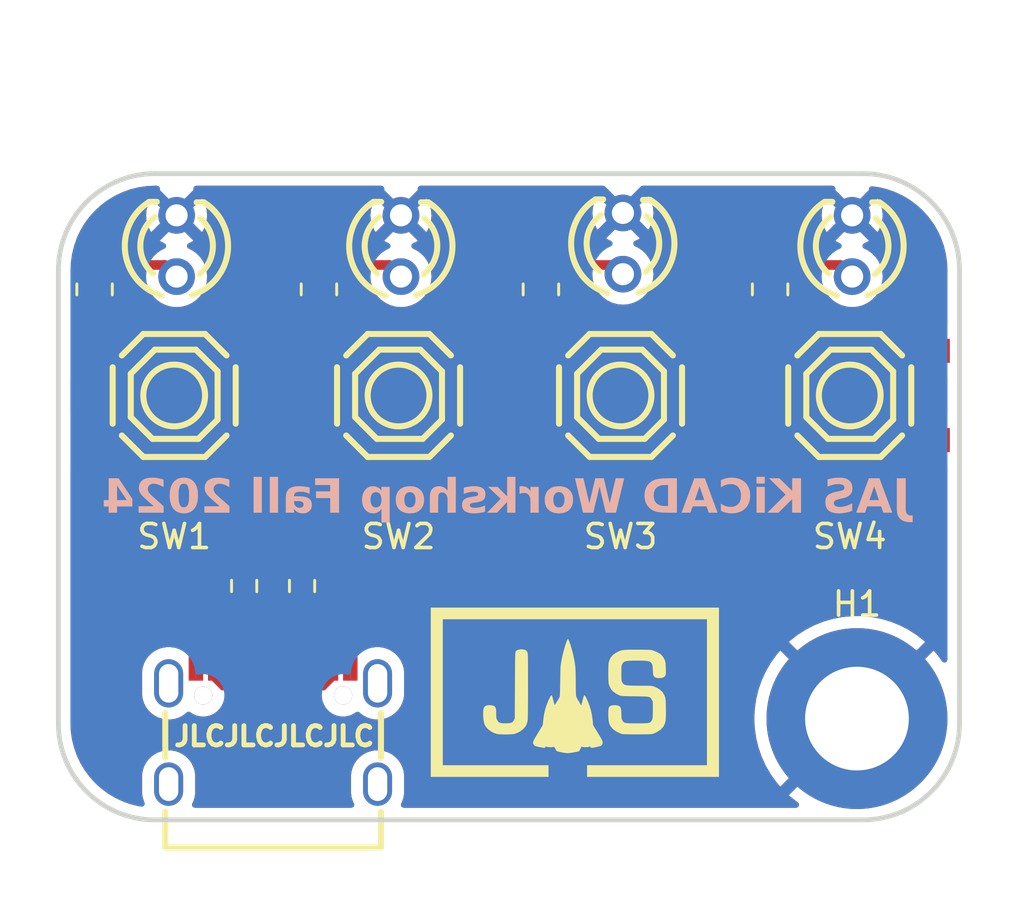
<source format=kicad_pcb>
(kicad_pcb (version 20240108) (generator "pcbnew") (generator_version "8.0")
  (layers (0 "F.Cu" signal) (31 "B.Cu" signal) (34 "B.Paste" user) (35 "F.Paste" user) (36 "B.SilkS" user "B.Silkscreen") (37 "F.SilkS" user "F.Silkscreen") (38 "B.Mask" user) (39 "F.Mask" user) (44 "Edge.Cuts" user))
  (net 0 "")
  (net 1 "Net-(LED1-A)")
  (net 2 "GND")
  (net 3 "VBUS")
  (net 4 "Net-(LED2-A)")
  (net 5 "Net-(LED3-A)")
  (net 6 "Net-(LED4-A)")
  (net 7 "Net-(USBC1-CC1)")
  (net 8 "Net-(USBC1-CC2)")
  (net 16 "Net-(SW4-D)")
  (net 17 "Net-(SW3-D)")
  (net 18 "Net-(SW2-D)")
  (net 19 "Net-(SW1-D)")
  (footprint "Resistor_SMD:R_0603_1608Metric" (layer "F.Cu") (at 86.2 137.1 90)
    (property "Reference" "R6" (hide yes))
    (property "Value" "5K1")
    (fp_line (start -0.237258 -0.5225) (end 0.237258 -0.5225) (stroke (width 0.12)) (layer "F.SilkS"))
    (fp_line (start -0.237258 0.5225) (end 0.237258 0.5225) (stroke (width 0.12)) (layer "F.SilkS"))
    (pad "1" smd roundrect (at -0.825 0 90) (size 0.8 0.95) (layers "F.Cu" "F.Paste" "F.Mask") (net 7 "Net-(USBC1-CC1)"))
    (pad "2" smd roundrect (at 0.825 0 90) (size 0.8 0.95) (layers "F.Cu" "F.Paste" "F.Mask") (net 2 "GND"))
  )
  (footprint "MountingHole:MountingHole_4.3mm_M4_DIN965_Pad" (layer "F.Cu") (at 111.6 142.6)
    (property "Reference" "H1" (at 0 -4.75 0) (layer "F.SilkS"))
    (property "Value" "MountingHole_Pad")
    (pad "1" thru_hole circle (at 0 0) (size 7.5 7.5) (drill 4.3) (layers "*.Cu" "*.Mask") (net 2 "GND"))
  )
  (footprint "Resistor_SMD:R_0805_2012Metric" (layer "F.Cu") (at 98.5 124.8 90)
    (property "Reference" "R2" (hide yes))
    (property "Value" "120")
    (fp_line (start -0.227064 -0.735) (end 0.227064 -0.735) (stroke (width 0.12)) (layer "F.SilkS"))
    (fp_line (start -0.227064 0.735) (end 0.227064 0.735) (stroke (width 0.12)) (layer "F.SilkS"))
    (pad "1" smd roundrect (at -0.9125 0 90) (size 1.025 1.4) (layers "F.Cu" "F.Paste" "F.Mask") (roundrect_rratio 0.243902) (net 17 "Net-(SW3-D)"))
    (pad "2" smd roundrect (at 0.9125 0 90) (size 1.025 1.4) (layers "F.Cu" "F.Paste" "F.Mask") (roundrect_rratio 0.243902) (net 4 "Net-(LED2-A)"))
  )
  (footprint "ts1088:SW-SMD_4P-L5.1-W5.1-P3.70-LS6.5-TL-2" (layer "F.Cu") (at 101.8 129.2 180)
    (property "Reference" "SW3" (at 0 -5.85 0) (layer "F.SilkS"))
    (property "Value" "TS-1187A-B-A-B")
    (fp_line (start 2.55 -1.17) (end 2.55 1.17) (stroke (width 0.25)) (layer "F.SilkS"))
    (fp_line (start 2.17 1.66) (end 1.28 2.55) (stroke (width 0.25)) (layer "F.SilkS"))
    (fp_line (start 1.8 0.9) (end 0.8 1.899999) (stroke (width 0.25)) (layer "F.SilkS"))
    (fp_line (start 1.8 -0.9) (end 1.8 0.9) (stroke (width 0.25)) (layer "F.SilkS"))
    (fp_line (start 1.28 -2.55) (end 2.17 -1.66) (stroke (width 0.25)) (layer "F.SilkS"))
    (fp_line (start 0.9 -1.8) (end 1.8 -0.9) (stroke (width 0.25)) (layer "F.SilkS"))
    (fp_line (start 0.8 1.899999) (end -0.9 1.9) (stroke (width 0.25)) (layer "F.SilkS"))
    (fp_line (start -0.9 1.9) (end -1.8 1) (stroke (width 0.25)) (layer "F.SilkS"))
    (fp_line (start -1 -1.8) (end 0.9 -1.8) (stroke (width 0.25)) (layer "F.SilkS"))
    (fp_line (start -1.28 2.55) (end 1.28 2.55) (stroke (width 0.25)) (layer "F.SilkS"))
    (fp_line (start -1.28 -2.55) (end 1.28 -2.55) (stroke (width 0.25)) (layer "F.SilkS"))
    (fp_line (start -1.28 -2.55) (end -2.17 -1.66) (stroke (width 0.25)) (layer "F.SilkS"))
    (fp_line (start -1.8 1) (end -1.8 -1) (stroke (width 0.25)) (layer "F.SilkS"))
    (fp_line (start -1.8 -1) (end -1 -1.8) (stroke (width 0.25)) (layer "F.SilkS"))
    (fp_line (start -2.17 1.66) (end -1.28 2.55) (stroke (width 0.25)) (layer "F.SilkS"))
    (fp_line (start -2.55 -1.17) (end -2.55 1.17) (stroke (width 0.25)) (layer "F.SilkS"))
    (fp_circle (center 0 0) (end 1.28 0) (stroke (width 0.25)) (fill none) (layer "F.SilkS"))
    (pad "1" smd rect (at -3.3 -1.85 180) (size 1.7 1) (layers "F.Cu" "F.Paste" "F.Mask"))
    (pad "2" smd rect (at 3.3 -1.85 180) (size 1.7 1) (layers "F.Cu" "F.Paste" "F.Mask") (net 3 "VBUS"))
    (pad "3" smd rect (at -3.3 1.85 180) (size 1.7 1) (layers "F.Cu" "F.Paste" "F.Mask"))
    (pad "4" smd rect (at 3.3 1.85 180) (size 1.7 1) (layers "F.Cu" "F.Paste" "F.Mask") (net 17 "Net-(SW3-D)"))
  )
  (footprint "usbc:USB-C_SMD-TYPE-C-31-M-12" (layer "F.Cu") (at 87.4 142.8475)
    (property "Reference" "USBC1" (hide yes))
    (property "Value" "TYPE-C-31-M-12")
    (fp_line (start -4.47 1.38) (end -4.47 -0.48) (stroke (width 0.25)) (layer "F.SilkS"))
    (fp_line (start -4.47 5.1) (end -4.47 3.62) (stroke (width 0.25)) (layer "F.SilkS"))
    (fp_line (start 4.47 1.38) (end 4.47 -0.48) (stroke (width 0.25)) (layer "F.SilkS"))
    (fp_line (start 4.47 5.1) (end -4.47 5.1) (stroke (width 0.25)) (layer "F.SilkS"))
    (fp_line (start 4.47 5.1) (end 4.47 3.62) (stroke (width 0.25)) (layer "F.SilkS"))
    (pad "" thru_hole circle (at -2.9 -1.21) (size 0.75 0.75) (drill 0.75) (layers "*.Cu" "*.Mask"))
    (pad "" thru_hole circle (at 2.9 -1.21) (size 0.75 0.75) (drill 0.75) (layers "*.Cu" "*.Mask"))
    (pad "0" thru_hole oval (at -4.33 -1.71) (size 1.2 2) (drill oval 0.799998 1.600022) (layers "*.Cu" "*.Mask"))
    (pad "1" thru_hole oval (at 4.33 -1.71) (size 1.2 2) (drill oval 0.799998 1.599971) (layers "*.Cu" "*.Mask"))
    (pad "2" thru_hole oval (at 4.33 2.47) (size 1.2 1.8) (drill oval 0.799998 1.399997) (layers "*.Cu" "*.Mask"))
    (pad "3" thru_hole oval (at -4.33 2.47) (size 1.2 1.8) (drill oval 0.799998 1.399997) (layers "*.Cu" "*.Mask"))
    (pad "A1" smd rect (at -3.35 -2.47) (size 0.3 1.3) (layers "F.Cu" "F.Paste" "F.Mask") (net 2 "GND"))
    (pad "A4" smd rect (at -2.55 -2.47) (size 0.3 1.3) (layers "F.Cu" "F.Paste" "F.Mask") (net 3 "VBUS"))
    (pad "A5" smd rect (at -1.25 -2.47) (size 0.3 1.3) (layers "F.Cu" "F.Paste" "F.Mask") (net 7 "Net-(USBC1-CC1)"))
    (pad "A6" smd rect (at -0.25 -2.47) (size 0.3 1.3) (layers "F.Cu" "F.Paste" "F.Mask"))
    (pad "A7" smd rect (at 0.25 -2.47) (size 0.3 1.3) (layers "F.Cu" "F.Paste" "F.Mask"))
    (pad "A8" smd rect (at 1.25 -2.47) (size 0.3 1.3) (layers "F.Cu" "F.Paste" "F.Mask"))
    (pad "A9" smd rect (at 2.55 -2.47) (size 0.3 1.3) (layers "F.Cu" "F.Paste" "F.Mask") (net 3 "VBUS"))
    (pad "A12" smd rect (at 3.35 -2.47) (size 0.3 1.3) (layers "F.Cu" "F.Paste" "F.Mask") (net 2 "GND"))
    (pad "B1" smd rect (at 3.05 -2.47) (size 0.3 1.3) (layers "F.Cu" "F.Paste" "F.Mask") (net 2 "GND"))
    (pad "B4" smd rect (at 2.25 -2.47) (size 0.3 1.3) (layers "F.Cu" "F.Paste" "F.Mask") (net 3 "VBUS"))
    (pad "B5" smd rect (at 1.75 -2.47) (size 0.3 1.3) (layers "F.Cu" "F.Paste" "F.Mask") (net 8 "Net-(USBC1-CC2)"))
    (pad "B6" smd rect (at 0.75 -2.47) (size 0.3 1.3) (layers "F.Cu" "F.Paste" "F.Mask"))
    (pad "B7" smd rect (at -0.75 -2.47) (size 0.3 1.3) (layers "F.Cu" "F.Paste" "F.Mask"))
    (pad "B8" smd rect (at -1.75 -2.47) (size 0.3 1.3) (layers "F.Cu" "F.Paste" "F.Mask"))
    (pad "B9" smd rect (at -2.25 -2.47) (size 0.3 1.3) (layers "F.Cu" "F.Paste" "F.Mask") (net 3 "VBUS"))
    (pad "B12" smd rect (at -3.05 -2.47) (size 0.3 1.3) (layers "F.Cu" "F.Paste" "F.Mask") (net 2 "GND"))
  )
  (footprint "Graphics:jas_logo_sm" (layer "F.Cu") (at 99.9 141.5)
    (property "Reference" "G***" (hide yes))
    (property "Value" "LOGO" (hide yes))
    (fp_poly (pts (xy 5.979919 0.007328) (xy 5.979919 3.517599) (xy 3.246451 3.517599) (xy 0.512983 3.517599) (xy 0.512983 3.275764) (xy 0.512983 3.033929) (xy 2.997288 3.033929) (xy 5.481592 3.033929) (xy 5.481592 0.007328) (xy 5.481592 -3.019273) (xy 0.007328 -3.019273) (xy -5.466936 -3.019273) (xy -5.466936 0.007328) (xy -5.466936 3.033929) (xy -3.275765 3.033929) (xy -1.084593 3.033929) (xy -1.084593 3.275764) (xy -1.084593 3.517599) (xy -3.524928 3.517599) (xy -5.965263 3.517599) (xy -5.965263 0.007328) (xy -5.965263 -3.502943) (xy 0.007328 -3.502943) (xy 5.979919 -3.502943)) (fill solid) (layer "F.SilkS"))
    (fp_poly (pts (xy -2.178159 -1.771193) (xy -2.096962 -1.761981) (xy -2.03771 -1.741623) (xy -1.994084 -1.706753) (xy -1.960352 -1.655161) (xy -1.955978 -1.645108) (xy -1.95213 -1.63196) (xy -1.948775 -1.613898) (xy -1.945878 -1.5891) (xy -1.943407 -1.555743) (xy -1.941328 -1.512007) (xy -1.939609 -1.45607) (xy -1.938215 -1.386111) (xy -1.937114 -1.300308) (xy -1.936273 -1.19684) (xy -1.935657 -1.073885) (xy -1.935234 -0.929622) (xy -1.93497 -0.762229) (xy -1.934832 -0.569885) (xy -1.934787 -0.350768) (xy -1.934788 -0.256492) (xy -1.93494 -0.058295) (xy -1.935364 0.132865) (xy -1.93604 0.314774) (xy -1.936946 0.485222) (xy -1.938062 0.641996) (xy -1.939368 0.782884) (xy -1.940842 0.905674) (xy -1.942465 1.008155) (xy -1.944214 1.088113) (xy -1.94607 1.143338) (xy -1.948012 1.171617) (xy -1.948151 1.172533) (xy -1.961338 1.233042) (xy -1.980845 1.301453) (xy -1.994418 1.341085) (xy -2.041033 1.428466) (xy -2.111827 1.512874) (xy -2.201678 1.590368) (xy -2.305467 1.657009) (xy -2.418074 1.708853) (xy -2.507801 1.736266) (xy -2.565389 1.745445) (xy -2.645138 1.752137) (xy -2.74019 1.75635) (xy -2.843687 1.75809) (xy -2.948771 1.757364) (xy -3.048586 1.754177) (xy -3.136271 1.748536) (xy -3.204971 1.740449) (xy -3.22967 1.735584) (xy -3.342017 1.698105) (xy -3.45057 1.642866) (xy -3.55005 1.573973) (xy -3.635173 1.495536) (xy -3.70066 1.41166) (xy -3.735958 1.341822) (xy -3.765197 1.238253) (xy -3.784766 1.112644) (xy -3.793996 0.970852) (xy -3.793167 0.840772) (xy -3.788127 0.753839) (xy -3.779116 0.690313) (xy -3.763872 0.644335) (xy -3.740134 0.610051) (xy -3.705641 0.581601) (xy -3.689019 0.570965) (xy -3.636876 0.551468) (xy -3.567379 0.541786) (xy -3.490783 0.541874) (xy -3.417338 0.551684) (xy -3.357298 0.57117) (xy -3.354684 0.572473) (xy -3.317844 0.595177) (xy -3.290992 0.623233) (xy -3.272643 0.661335) (xy -3.261315 0.714179) (xy -3.255524 0.786462) (xy -3.253788 0.882878) (xy -3.25378 0.891912) (xy -3.25339 0.971102) (xy -3.25153 1.027846) (xy -3.24716 1.069011) (xy -3.239241 1.101461) (xy -3.226735 1.132062) (xy -3.213452 1.158441) (xy -3.183702 1.208376) (xy -3.150994 1.244867) (xy -3.110317 1.269896) (xy -3.056656 1.285444) (xy -2.984998 1.293492) (xy -2.89033 1.296024) (xy -2.865378 1.296036) (xy -2.762871 1.29368) (xy -2.684719 1.28602) (xy -2.626168 1.271218) (xy -2.582465 1.247436) (xy -2.548857 1.212835) (xy -2.52059 1.165578) (xy -2.518827 1.162031) (xy -2.484305 1.091921) (xy -2.476976 -0.278477) (xy -2.475715 -0.510194) (xy -2.474532 -0.714394) (xy -2.473385 -0.892873) (xy -2.47223 -1.047427) (xy -2.471024 -1.179852) (xy -2.469722 -1.291945) (xy -2.468282 -1.385502) (xy -2.46666 -1.462318) (xy -2.464813 -1.524189) (xy -2.462697 -1.572912) (xy -2.460268 -1.610284) (xy -2.457483 -1.638099) (xy -2.454298 -1.658154) (xy -2.45067 -1.672245) (xy -2.446556 -1.682168) (xy -2.44281 -1.688423) (xy -2.395851 -1.731973) (xy -2.325734 -1.759967) (xy -2.234542 -1.771752)) (fill solid) (layer "F.SilkS"))
    (fp_poly (pts (xy -0.264866 -2.184835) (xy -0.244645 -2.146317) (xy -0.220163 -2.086663) (xy -0.192574 -2.00959) (xy -0.163026 -1.918815) (xy -0.132673 -1.818054) (xy -0.102666 -1.711024) (xy -0.074155 -1.601441) (xy -0.048292 -1.493023) (xy -0.026229 -1.389485) (xy -0.021478 -1.364992) (xy -0.003827 -1.266146) (xy 0.010496 -1.171262) (xy 0.021805 -1.075697) (xy 0.030415 -0.974803) (xy 0.036641 -0.863935) (xy 0.040797 -0.738449) (xy 0.043199 -0.593698) (xy 0.044161 -0.425036) (xy 0.044202 -0.39573) (xy 0.044686 -0.274252) (xy 0.045845 -0.159967) (xy 0.047588 -0.05673) (xy 0.049821 0.031606) (xy 0.052453 0.101188) (xy 0.05539 0.148161) (xy 0.057706 0.166099) (xy 0.070257 0.200011) (xy 0.095058 0.251834) (xy 0.128623 0.314748) (xy 0.167466 0.38193) (xy 0.170945 0.387695) (xy 0.271148 0.553117) (xy 0.309901 0.404804) (xy 0.328211 0.334917) (xy 0.345696 0.268502) (xy 0.35981 0.215215) (xy 0.365429 0.194201) (xy 0.380975 0.153487) (xy 0.398653 0.133057) (xy 0.403476 0.13191) (xy 0.420941 0.145022) (xy 0.446064 0.18151) (xy 0.476769 0.237099) (xy 0.510978 0.307513) (xy 0.546616 0.38848) (xy 0.581606 0.475724) (xy 0.613871 0.56497) (xy 0.613908 0.565081) (xy 0.672385 0.758165) (xy 0.714229 0.948084) (xy 0.742373 1.148708) (xy 0.74684 1.193745) (xy 0.763097 1.368853) (xy 0.960487 1.694961) (xy 1.021164 1.795641) (xy 1.068096 1.874871) (xy 1.10301 1.936097) (xy 1.127636 1.982766) (xy 1.143703 2.018322) (xy 1.152941 2.046212) (xy 1.157077 2.069881) (xy 1.157876 2.088315) (xy 1.155518 2.136707) (xy 1.145974 2.174211) (xy 1.12554 2.2034) (xy 1.090511 2.226847) (xy 1.037183 2.247124) (xy 0.961851 2.266804) (xy 0.873401 2.285881) (xy 0.80021 2.300825) (xy 0.749727 2.30993) (xy 0.715894 2.313015) (xy 0.692658 2.309897) (xy 0.673962 2.300396) (xy 0.653751 2.284331) (xy 0.647581 2.279124) (xy 0.618231 2.257078) (xy 0.602585 2.254324) (xy 0.595618 2.264467) (xy 0.57776 2.275011) (xy 0.538817 2.28246) (xy 0.486868 2.286683) (xy 0.429991 2.287549) (xy 0.376264 2.284926) (xy 0.333767 2.278683) (xy 0.310965 2.269096) (xy 0.300402 2.259351) (xy 0.291613 2.258333) (xy 0.280898 2.270314) (xy 0.264557 2.299567) (xy 0.23889 2.350364) (xy 0.236572 2.354991) (xy 0.211799 2.401722) (xy 0.190374 2.437404) (xy 0.176914 2.454352) (xy 0.176866 2.454382) (xy 0.151987 2.463105) (xy 0.104594 2.474402) (xy 0.041253 2.48716) (xy -0.031469 2.500266) (xy -0.107006 2.512609) (xy -0.178792 2.523076) (xy -0.24026 2.530555) (xy -0.284843 2.533933) (xy -0.293133 2.533998) (xy -0.35154 2.530099) (xy -0.421518 2.52144) (xy -0.476342 2.512071) (xy -0.57072 2.493297) (xy -0.641015 2.478456) (xy -0.691759 2.465126) (xy -0.727485 2.450885) (xy -0.752726 2.433314) (xy -0.772015 2.40999) (xy -0.789885 2.378493) (xy -0.810869 2.336401) (xy -0.812924 2.332292) (xy -0.837583 2.287732) (xy -0.855276 2.2679) (xy -0.868659 2.269838) (xy -0.868824 2.270001) (xy -0.892927 2.279323) (xy -0.937105 2.284974) (xy -0.992763 2.28708) (xy -1.051303 2.285766) (xy -1.104129 2.281157) (xy -1.142643 2.27338) (xy -1.156761 2.265799) (xy -1.171847 2.25497) (xy -1.190477 2.26318) (xy -1.209187 2.280456) (xy -1.226906 2.297497) (xy -1.243381 2.308275) (xy -1.264236 2.312917) (xy -1.295097 2.311551) (xy -1.341587 2.304304) (xy -1.409332 2.291303) (xy -1.437977 2.28564) (xy -1.526036 2.26738) (xy -1.590097 2.251472) (xy -1.635144 2.235878) (xy -1.666163 2.218558) (xy -1.688138 2.197472) (xy -1.701852 2.177683) (xy -1.716848 2.150456) (xy -1.725885 2.124234) (xy -1.727752 2.095754) (xy -1.721242 2.061752) (xy -1.705144 2.018967) (xy -1.678248 1.964134) (xy -1.639345 1.893991) (xy -1.587227 1.805275) (xy -1.52624 1.70391) (xy -1.322993 1.367857) (xy -1.313138 1.251874) (xy -1.284201 1.007635) (xy -1.239811 0.78301) (xy -1.178307 0.571752) (xy -1.098031 0.367609) (xy -1.05268 0.270997) (xy -1.014513 0.1984) (xy -0.984502 0.152361) (xy -0.961637 0.131594) (xy -0.945303 0.134405) (xy -0.939567 0.150064) (xy -0.928075 0.188775) (xy -0.912343 0.245195) (xy -0.893887 0.313977) (xy -0.888201 0.335631) (xy -0.869231 0.407022) (xy -0.852538 0.467615) (xy -0.839638 0.512063) (xy -0.832049 0.535022) (xy -0.831053 0.536902) (xy -0.821993 0.52738) (xy -0.801516 0.497956) (xy -0.772967 0.454053) (xy -0.739692 0.401092) (xy -0.705037 0.344498) (xy -0.672345 0.289692) (xy -0.644963 0.242098) (xy -0.626237 0.207137) (xy -0.621901 0.197865) (xy -0.619026 0.177324) (xy -0.615966 0.130672) (xy -0.612825 0.061111) (xy -0.609709 -0.028157) (xy -0.606723 -0.133931) (xy -0.603972 -0.25301) (xy -0.601562 -0.382192) (xy -0.600449 -0.454357) (xy -0.59809 -0.61055) (xy -0.595766 -0.740872) (xy -0.593299 -0.848764) (xy -0.590513 -0.937668) (xy -0.587231 -1.011026) (xy -0.583276 -1.072279) (xy -0.57847 -1.124868) (xy -0.572638 -1.172235) (xy -0.565602 -1.217822) (xy -0.559386 -1.253145) (xy -0.53557 -1.374883) (xy -0.50839 -1.499307) (xy -0.478824 -1.623114) (xy -0.44785 -1.743) (xy -0.416446 -1.85566) (xy -0.385588 -1.957792) (xy -0.356255 -2.04609) (xy -0.329423 -2.117252) (xy -0.306072 -2.167973) (xy -0.287177 -2.194949) (xy -0.279677 -2.1985)) (fill solid) (layer "F.SilkS"))
    (fp_poly (pts (xy 2.736206 -1.758153) (xy 2.871255 -1.756764) (xy 2.985544 -1.754474) (xy 3.076954 -1.751339) (xy 3.143364 -1.747415) (xy 3.182655 -1.742759) (xy 3.183439 -1.742599) (xy 3.246299 -1.724543) (xy 3.32328 -1.695255) (xy 3.40452 -1.6592) (xy 3.480157 -1.62084) (xy 3.540328 -1.584638) (xy 3.55361 -1.575079) (xy 3.619322 -1.511916) (xy 3.679881 -1.429788) (xy 3.728082 -1.338975) (xy 3.739892 -1.309284) (xy 3.752043 -1.271195) (xy 3.761038 -1.229968) (xy 3.76752 -1.179818) (xy 3.772131 -1.114963) (xy 3.775511 -1.029615) (xy 3.777009 -0.974668) (xy 3.779026 -0.882626) (xy 3.779608 -0.814936) (xy 3.778365 -0.766658) (xy 3.774905 -0.732848) (xy 3.76884 -0.708566) (xy 3.759777 -0.68887) (xy 3.753614 -0.678582) (xy 3.71504 -0.63213) (xy 3.66514 -0.601725) (xy 3.59842 -0.585146) (xy 3.510271 -0.580167) (xy 3.420461 -0.585422) (xy 3.353235 -0.602449) (xy 3.303577 -0.633146) (xy 3.272238 -0.670169) (xy 3.260843 -0.693836) (xy 3.252411 -0.728254) (xy 3.246229 -0.778531) (xy 3.241588 -0.849775) (xy 3.239123 -0.908034) (xy 3.235189 -0.994335) (xy 3.230172 -1.057386) (xy 3.223182 -1.10325) (xy 3.213328 -1.13799) (xy 3.201475 -1.164374) (xy 3.179573 -1.201103) (xy 3.15421 -1.23085) (xy 3.122225 -1.254334) (xy 3.080462 -1.272271) (xy 3.025762 -1.285377) (xy 2.954966 -1.29437) (xy 2.864916 -1.299966) (xy 2.752454 -1.302882) (xy 2.614421 -1.303835) (xy 2.586901 -1.303854) (xy 2.444085 -1.3032) (xy 2.32739 -1.300736) (xy 2.233641 -1.295706) (xy 2.159666 -1.287355) (xy 2.10229 -1.274928) (xy 2.058339 -1.257668) (xy 2.02464 -1.234822) (xy 1.998018 -1.205634) (xy 1.975301 -1.169349) (xy 1.968652 -1.15673) (xy 1.957556 -1.133468) (xy 1.949243 -1.110028) (xy 1.943307 -1.081881) (xy 1.93934 -1.044495) (xy 1.936935 -0.993343) (xy 1.935685 -0.923893) (xy 1.935181 -0.831616) (xy 1.935092 -0.783573) (xy 1.93512 -0.680073) (xy 1.935779 -0.601359) (xy 1.937466 -0.542909) (xy 1.940575 -0.500195) (xy 1.945502 -0.468694) (xy 1.952643 -0.443881) (xy 1.962391 -0.42123) (xy 1.967657 -0.410686) (xy 1.986675 -0.376487) (xy 2.007487 -0.348059) (xy 2.032852 -0.324869) (xy 2.065527 -0.306383) (xy 2.108274 -0.292065) (xy 2.163849 -0.281383) (xy 2.235012 -0.273802) (xy 2.324522 -0.268787) (xy 2.435138 -0.265805) (xy 2.569618 -0.264321) (xy 2.726139 -0.263806) (xy 2.855127 -0.263564) (xy 2.958493 -0.263057) (xy 3.039933 -0.26205) (xy 3.103137 -0.260311) (xy 3.1518 -0.257604) (xy 3.189614 -0.253698) (xy 3.220272 -0.248356) (xy 3.247467 -0.241347) (xy 3.274892 -0.232436) (xy 3.286659 -0.228319) (xy 3.42952 -0.166084) (xy 3.547392 -0.088833) (xy 3.64074 0.0039) (xy 3.710023 0.112585) (xy 3.755703 0.237688) (xy 3.758829 0.250433) (xy 3.765437 0.294389) (xy 3.771004 0.362433) (xy 3.775488 0.449354) (xy 3.778847 0.549942) (xy 3.781037 0.658989) (xy 3.782016 0.771285) (xy 3.78174 0.881621) (xy 3.780168 0.984787) (xy 3.777256 1.075573) (xy 3.772962 1.14877) (xy 3.767242 1.199168) (xy 3.766651 1.202438) (xy 3.739051 1.300956) (xy 3.696397 1.395938) (xy 3.643905 1.476553) (xy 3.623094 1.500508) (xy 3.555057 1.561058) (xy 3.469213 1.62164) (xy 3.37626 1.675447) (xy 3.286896 1.715674) (xy 3.282221 1.717385) (xy 3.257518 1.726008) (xy 3.233776 1.733054) (xy 3.207821 1.738697) (xy 3.176479 1.743112) (xy 3.136575 1.746472) (xy 3.084937 1.748951) (xy 3.01839 1.750725) (xy 2.933759 1.751965) (xy 2.827871 1.752848) (xy 2.697552 1.753546) (xy 2.616215 1.753907) (xy 2.486762 1.75412) (xy 2.364176 1.753669) (xy 2.252101 1.752614) (xy 2.154176 1.751018) (xy 2.074044 1.748942) (xy 2.015348 1.746448) (xy 1.981728 1.743597) (xy 1.978875 1.743104) (xy 1.896667 1.718441) (xy 1.804336 1.677807) (xy 1.711876 1.626552) (xy 1.629279 1.570028) (xy 1.584568 1.532) (xy 1.524291 1.468353) (xy 1.477359 1.402948) (xy 1.442332 1.331137) (xy 1.417772 1.248277) (xy 1.40224 1.149721) (xy 1.394297 1.030824) (xy 1.392438 0.911656) (xy 1.393709 0.807232) (xy 1.398359 0.727799) (xy 1.407729 0.669103) (xy 1.423156 0.626893) (xy 1.445982 0.596916) (xy 1.477546 0.574921) (xy 1.502158 0.563399) (xy 1.557109 0.549118) (xy 1.627206 0.542687) (xy 1.701428 0.543948) (xy 1.768755 0.55274) (xy 1.816384 0.567968) (xy 1.855159 0.590153) (xy 1.88387 0.614631) (xy 1.904214 0.646163) (xy 1.917889 0.689511) (xy 1.926591 0.749438) (xy 1.932017 0.830704) (xy 1.93468 0.899876) (xy 1.937741 0.985978) (xy 1.94102 1.048398) (xy 1.945471 1.092762) (xy 1.952052 1.124691) (xy 1.961718 1.149809) (xy 1.975425 1.17374) (xy 1.983285 1.185799) (xy 2.00356 1.215106) (xy 2.023717 1.238757) (xy 2.047003 1.257358) (xy 2.076668 1.271514) (xy 2.11596 1.281833) (xy 2.168128 1.28892) (xy 2.23642 1.293382) (xy 2.324084 1.295825) (xy 2.43437 1.296855) (xy 2.570526 1.297079) (xy 2.579573 1.29708) (xy 2.718917 1.296835) (xy 2.832124 1.295772) (xy 2.922368 1.293432) (xy 2.992824 1.289357) (xy 3.046666 1.283089) (xy 3.087067 1.274168) (xy 3.117202 1.262138) (xy 3.140246 1.24654) (xy 3.159371 1.226915) (xy 3.171305 1.211649) (xy 3.192091 1.181234) (xy 3.208179 1.150111) (xy 3.220159 1.114115) (xy 3.228623 1.069081) (xy 3.23416 1.010844) (xy 3.237361 0.935241) (xy 3.238817 0.838106) (xy 3.239123 0.733274) (xy 3.239123 0.400986) (xy 3.198817 0.322166) (xy 3.181703 0.289235) (xy 3.165261 0.261988) (xy 3.146664 0.239845) (xy 3.123087 0.222225) (xy 3.091702 0.208547) (xy 3.049683 0.198231) (xy 2.994204 0.190695) (xy 2.922439 0.185361) (xy 2.831559 0.181646) (xy 2.71874 0.17897) (xy 2.581155 0.176753) (xy 2.484305 0.175383) (xy 2.341004 0.173294) (xy 2.223887 0.171321) (xy 2.129828 0.169271) (xy 2.055697 0.16695) (xy 1.998368 0.164166) (xy 1.954713 0.160725) (xy 1.921604 0.156434) (xy 1.895915 0.151099) (xy 1.874517 0.144528) (xy 1.854283 0.136526) (xy 1.854068 0.136435) (xy 1.71576 0.067154) (xy 1.603931 -0.012609) (xy 1.517131 -0.104433) (xy 1.453909 -0.209899) (xy 1.412815 -0.330587) (xy 1.408739 -0.348817) (xy 1.403286 -0.391102) (xy 1.398952 -0.457228) (xy 1.395736 -0.541744) (xy 1.393638 -0.639197) (xy 1.392659 -0.744138) (xy 1.392799 -0.851115) (xy 1.394057 -0.954676) (xy 1.396435 -1.049371) (xy 1.399931 -1.129748) (xy 1.404547 -1.190357) (xy 1.408719 -1.219446) (xy 1.446731 -1.345) (xy 1.505016 -1.451518) (xy 1.585764 -1.541811) (xy 1.691168 -1.618689) (xy 1.742196 -1.647076) (xy 1.795954 -1.67427) (xy 1.844336 -1.696638) (xy 1.890897 -1.71465) (xy 1.939195 -1.728779) (xy 1.992787 -1.739497) (xy 2.055229 -1.747275) (xy 2.130077 -1.752586) (xy 2.220889 -1.755902) (xy 2.331221 -1.757694) (xy 2.46463 -1.758434) (xy 2.582516 -1.758583)) (fill solid) (layer "F.SilkS"))
  )
  (footprint "red:LED-TH_BD3.0-P2.54-FD" (layer "F.Cu") (at 83.4 123 90)
    (property "Reference" "LED4" (hide yes))
    (property "Value" "204-10SURD/S530-A3-L")
    (fp_line (start 1.83 -1.14) (end 1.83 -0.82) (stroke (width 0.25)) (layer "F.SilkS"))
    (fp_line (start 1.81 0.83) (end 1.81 1.13) (stroke (width 0.25)) (layer "F.SilkS"))
    (fp_arc (start -1.15 -0.97) (mid 0.045863 -1.503761) (end 1.206975 -0.898115) (stroke (width 0.25)) (layer "F.SilkS"))
    (fp_arc (start -2.06 -0.63) (mid -0.281041 -2.128742) (end 1.824724 -1.140471) (stroke (width 0.25)) (layer "F.SilkS"))
    (fp_arc (start 1.15 0.97) (mid -0.021187 1.504311) (end -1.176862 0.937228) (stroke (width 0.25)) (layer "F.SilkS"))
    (fp_arc (start 1.81 1.13) (mid -0.27286 2.116258) (end -2.037433 0.63393) (stroke (width 0.25)) (layer "F.SilkS"))
    (pad "1" thru_hole circle (at -1.27 0 90) (size 1.52 1.52) (drill 0.9144) (layers "*.Cu" "*.Mask") (net 6 "Net-(LED4-A)"))
    (pad "2" thru_hole circle (at 1.27 0 90) (size 1.52 1.52) (drill 0.9144) (layers "*.Cu" "*.Mask") (net 2 "GND"))
  )
  (footprint "ts1088:SW-SMD_4P-L5.1-W5.1-P3.70-LS6.5-TL-2" (layer "F.Cu") (at 111.3 129.2 180)
    (property "Reference" "SW4" (at 0 -5.85 0) (layer "F.SilkS"))
    (property "Value" "TS-1187A-B-A-B")
    (fp_line (start 2.55 -1.17) (end 2.55 1.17) (stroke (width 0.25)) (layer "F.SilkS"))
    (fp_line (start 2.17 1.66) (end 1.28 2.55) (stroke (width 0.25)) (layer "F.SilkS"))
    (fp_line (start 1.8 0.9) (end 0.8 1.899999) (stroke (width 0.25)) (layer "F.SilkS"))
    (fp_line (start 1.8 -0.9) (end 1.8 0.9) (stroke (width 0.25)) (layer "F.SilkS"))
    (fp_line (start 1.28 -2.55) (end 2.17 -1.66) (stroke (width 0.25)) (layer "F.SilkS"))
    (fp_line (start 0.9 -1.8) (end 1.8 -0.9) (stroke (width 0.25)) (layer "F.SilkS"))
    (fp_line (start 0.8 1.899999) (end -0.9 1.9) (stroke (width 0.25)) (layer "F.SilkS"))
    (fp_line (start -0.9 1.9) (end -1.8 1) (stroke (width 0.25)) (layer "F.SilkS"))
    (fp_line (start -1 -1.8) (end 0.9 -1.8) (stroke (width 0.25)) (layer "F.SilkS"))
    (fp_line (start -1.28 2.55) (end 1.28 2.55) (stroke (width 0.25)) (layer "F.SilkS"))
    (fp_line (start -1.28 -2.55) (end 1.28 -2.55) (stroke (width 0.25)) (layer "F.SilkS"))
    (fp_line (start -1.28 -2.55) (end -2.17 -1.66) (stroke (width 0.25)) (layer "F.SilkS"))
    (fp_line (start -1.8 1) (end -1.8 -1) (stroke (width 0.25)) (layer "F.SilkS"))
    (fp_line (start -1.8 -1) (end -1 -1.8) (stroke (width 0.25)) (layer "F.SilkS"))
    (fp_line (start -2.17 1.66) (end -1.28 2.55) (stroke (width 0.25)) (layer "F.SilkS"))
    (fp_line (start -2.55 -1.17) (end -2.55 1.17) (stroke (width 0.25)) (layer "F.SilkS"))
    (fp_circle (center 0 0) (end 1.28 0) (stroke (width 0.25)) (fill none) (layer "F.SilkS"))
    (pad "1" smd rect (at -3.3 -1.85 180) (size 1.7 1) (layers "F.Cu" "F.Paste" "F.Mask"))
    (pad "2" smd rect (at 3.3 -1.85 180) (size 1.7 1) (layers "F.Cu" "F.Paste" "F.Mask") (net 3 "VBUS"))
    (pad "3" smd rect (at -3.3 1.85 180) (size 1.7 1) (layers "F.Cu" "F.Paste" "F.Mask"))
    (pad "4" smd rect (at 3.3 1.85 180) (size 1.7 1) (layers "F.Cu" "F.Paste" "F.Mask") (net 16 "Net-(SW4-D)"))
  )
  (footprint "ts1088:SW-SMD_4P-L5.1-W5.1-P3.70-LS6.5-TL-2" (layer "F.Cu") (at 92.6 129.2 180)
    (property "Reference" "SW2" (at 0 -5.85 0) (layer "F.SilkS"))
    (property "Value" "TS-1187A-B-A-B")
    (fp_line (start 2.55 -1.17) (end 2.55 1.17) (stroke (width 0.25)) (layer "F.SilkS"))
    (fp_line (start 2.17 1.66) (end 1.28 2.55) (stroke (width 0.25)) (layer "F.SilkS"))
    (fp_line (start 1.8 0.9) (end 0.8 1.899999) (stroke (width 0.25)) (layer "F.SilkS"))
    (fp_line (start 1.8 -0.9) (end 1.8 0.9) (stroke (width 0.25)) (layer "F.SilkS"))
    (fp_line (start 1.28 -2.55) (end 2.17 -1.66) (stroke (width 0.25)) (layer "F.SilkS"))
    (fp_line (start 0.9 -1.8) (end 1.8 -0.9) (stroke (width 0.25)) (layer "F.SilkS"))
    (fp_line (start 0.8 1.899999) (end -0.9 1.9) (stroke (width 0.25)) (layer "F.SilkS"))
    (fp_line (start -0.9 1.9) (end -1.8 1) (stroke (width 0.25)) (layer "F.SilkS"))
    (fp_line (start -1 -1.8) (end 0.9 -1.8) (stroke (width 0.25)) (layer "F.SilkS"))
    (fp_line (start -1.28 2.55) (end 1.28 2.55) (stroke (width 0.25)) (layer "F.SilkS"))
    (fp_line (start -1.28 -2.55) (end 1.28 -2.55) (stroke (width 0.25)) (layer "F.SilkS"))
    (fp_line (start -1.28 -2.55) (end -2.17 -1.66) (stroke (width 0.25)) (layer "F.SilkS"))
    (fp_line (start -1.8 1) (end -1.8 -1) (stroke (width 0.25)) (layer "F.SilkS"))
    (fp_line (start -1.8 -1) (end -1 -1.8) (stroke (width 0.25)) (layer "F.SilkS"))
    (fp_line (start -2.17 1.66) (end -1.28 2.55) (stroke (width 0.25)) (layer "F.SilkS"))
    (fp_line (start -2.55 -1.17) (end -2.55 1.17) (stroke (width 0.25)) (layer "F.SilkS"))
    (fp_circle (center 0 0) (end 1.28 0) (stroke (width 0.25)) (fill none) (layer "F.SilkS"))
    (pad "1" smd rect (at -3.3 -1.85 180) (size 1.7 1) (layers "F.Cu" "F.Paste" "F.Mask"))
    (pad "2" smd rect (at 3.3 -1.85 180) (size 1.7 1) (layers "F.Cu" "F.Paste" "F.Mask") (net 3 "VBUS"))
    (pad "3" smd rect (at -3.3 1.85 180) (size 1.7 1) (layers "F.Cu" "F.Paste" "F.Mask"))
    (pad "4" smd rect (at 3.3 1.85 180) (size 1.7 1) (layers "F.Cu" "F.Paste" "F.Mask") (net 18 "Net-(SW2-D)"))
  )
  (footprint "red:LED-TH_BD3.0-P2.54-FD" (layer "F.Cu") (at 101.9 122.9 90)
    (property "Reference" "LED2" (hide yes))
    (property "Value" "204-10SURD/S530-A3-L")
    (fp_line (start 1.83 -1.14) (end 1.83 -0.82) (stroke (width 0.25)) (layer "F.SilkS"))
    (fp_line (start 1.81 0.83) (end 1.81 1.13) (stroke (width 0.25)) (layer "F.SilkS"))
    (fp_arc (start -1.15 -0.97) (mid 0.045863 -1.503761) (end 1.206975 -0.898115) (stroke (width 0.25)) (layer "F.SilkS"))
    (fp_arc (start -2.06 -0.63) (mid -0.281041 -2.128742) (end 1.824724 -1.140471) (stroke (width 0.25)) (layer "F.SilkS"))
    (fp_arc (start 1.15 0.97) (mid -0.021187 1.504311) (end -1.176862 0.937228) (stroke (width 0.25)) (layer "F.SilkS"))
    (fp_arc (start 1.81 1.13) (mid -0.27286 2.116258) (end -2.037433 0.63393) (stroke (width 0.25)) (layer "F.SilkS"))
    (pad "1" thru_hole circle (at -1.27 0 90) (size 1.52 1.52) (drill 0.9144) (layers "*.Cu" "*.Mask") (net 4 "Net-(LED2-A)"))
    (pad "2" thru_hole circle (at 1.27 0 90) (size 1.52 1.52) (drill 0.9144) (layers "*.Cu" "*.Mask") (net 2 "GND"))
  )
  (footprint "ts1088:SW-SMD_4P-L5.1-W5.1-P3.70-LS6.5-TL-2" (layer "F.Cu") (at 83.3 129.2 180)
    (property "Reference" "SW1" (at 0 -5.85 0) (layer "F.SilkS"))
    (property "Value" "TS-1187A-B-A-B")
    (fp_line (start 2.55 -1.17) (end 2.55 1.17) (stroke (width 0.25)) (layer "F.SilkS"))
    (fp_line (start 2.17 1.66) (end 1.28 2.55) (stroke (width 0.25)) (layer "F.SilkS"))
    (fp_line (start 1.8 0.9) (end 0.8 1.899999) (stroke (width 0.25)) (layer "F.SilkS"))
    (fp_line (start 1.8 -0.9) (end 1.8 0.9) (stroke (width 0.25)) (layer "F.SilkS"))
    (fp_line (start 1.28 -2.55) (end 2.17 -1.66) (stroke (width 0.25)) (layer "F.SilkS"))
    (fp_line (start 0.9 -1.8) (end 1.8 -0.9) (stroke (width 0.25)) (layer "F.SilkS"))
    (fp_line (start 0.8 1.899999) (end -0.9 1.9) (stroke (width 0.25)) (layer "F.SilkS"))
    (fp_line (start -0.9 1.9) (end -1.8 1) (stroke (width 0.25)) (layer "F.SilkS"))
    (fp_line (start -1 -1.8) (end 0.9 -1.8) (stroke (width 0.25)) (layer "F.SilkS"))
    (fp_line (start -1.28 2.55) (end 1.28 2.55) (stroke (width 0.25)) (layer "F.SilkS"))
    (fp_line (start -1.28 -2.55) (end 1.28 -2.55) (stroke (width 0.25)) (layer "F.SilkS"))
    (fp_line (start -1.28 -2.55) (end -2.17 -1.66) (stroke (width 0.25)) (layer "F.SilkS"))
    (fp_line (start -1.8 1) (end -1.8 -1) (stroke (width 0.25)) (layer "F.SilkS"))
    (fp_line (start -1.8 -1) (end -1 -1.8) (stroke (width 0.25)) (layer "F.SilkS"))
    (fp_line (start -2.17 1.66) (end -1.28 2.55) (stroke (width 0.25)) (layer "F.SilkS"))
    (fp_line (start -2.55 -1.17) (end -2.55 1.17) (stroke (width 0.25)) (layer "F.SilkS"))
    (fp_circle (center 0 0) (end 1.28 0) (stroke (width 0.25)) (fill none) (layer "F.SilkS"))
    (pad "1" smd rect (at -3.3 -1.85 180) (size 1.7 1) (layers "F.Cu" "F.Paste" "F.Mask"))
    (pad "2" smd rect (at 3.3 -1.85 180) (size 1.7 1) (layers "F.Cu" "F.Paste" "F.Mask") (net 3 "VBUS"))
    (pad "3" smd rect (at -3.3 1.85 180) (size 1.7 1) (layers "F.Cu" "F.Paste" "F.Mask"))
    (pad "4" smd rect (at 3.3 1.85 180) (size 1.7 1) (layers "F.Cu" "F.Paste" "F.Mask") (net 19 "Net-(SW1-D)"))
  )
  (footprint "Resistor_SMD:R_0805_2012Metric" (layer "F.Cu") (at 80 124.8 90)
    (property "Reference" "R4" (hide yes))
    (property "Value" "120")
    (fp_line (start -0.227064 -0.735) (end 0.227064 -0.735) (stroke (width 0.12)) (layer "F.SilkS"))
    (fp_line (start -0.227064 0.735) (end 0.227064 0.735) (stroke (width 0.12)) (layer "F.SilkS"))
    (pad "1" smd roundrect (at -0.9125 0 90) (size 1.025 1.4) (layers "F.Cu" "F.Paste" "F.Mask") (roundrect_rratio 0.243902) (net 19 "Net-(SW1-D)"))
    (pad "2" smd roundrect (at 0.9125 0 90) (size 1.025 1.4) (layers "F.Cu" "F.Paste" "F.Mask") (roundrect_rratio 0.243902) (net 6 "Net-(LED4-A)"))
  )
  (footprint "Resistor_SMD:R_0805_2012Metric" (layer "F.Cu") (at 108 124.8 90)
    (property "Reference" "R1" (hide yes))
    (property "Value" "120")
    (fp_line (start -0.227064 -0.735) (end 0.227064 -0.735) (stroke (width 0.12)) (layer "F.SilkS"))
    (fp_line (start -0.227064 0.735) (end 0.227064 0.735) (stroke (width 0.12)) (layer "F.SilkS"))
    (pad "1" smd roundrect (at -0.9125 0 90) (size 1.025 1.4) (layers "F.Cu" "F.Paste" "F.Mask") (roundrect_rratio 0.243902) (net 16 "Net-(SW4-D)"))
    (pad "2" smd roundrect (at 0.9125 0 90) (size 1.025 1.4) (layers "F.Cu" "F.Paste" "F.Mask") (roundrect_rratio 0.243902) (net 1 "Net-(LED1-A)"))
  )
  (footprint "Resistor_SMD:R_0603_1608Metric" (layer "F.Cu") (at 88.6 137.1 90)
    (property "Reference" "R5" (hide yes))
    (property "Value" "5K1")
    (fp_line (start -0.237258 -0.5225) (end 0.237258 -0.5225) (stroke (width 0.12)) (layer "F.SilkS"))
    (fp_line (start -0.237258 0.5225) (end 0.237258 0.5225) (stroke (width 0.12)) (layer "F.SilkS"))
    (pad "1" smd roundrect (at -0.825 0 90) (size 0.8 0.95) (layers "F.Cu" "F.Paste" "F.Mask") (net 8 "Net-(USBC1-CC2)"))
    (pad "2" smd roundrect (at 0.825 0 90) (size 0.8 0.95) (layers "F.Cu" "F.Paste" "F.Mask") (net 2 "GND"))
  )
  (footprint "red:LED-TH_BD3.0-P2.54-FD" (layer "F.Cu") (at 92.7 123 90)
    (property "Reference" "LED3" (hide yes))
    (property "Value" "204-10SURD/S530-A3-L")
    (fp_line (start 1.83 -1.14) (end 1.83 -0.82) (stroke (width 0.25)) (layer "F.SilkS"))
    (fp_line (start 1.81 0.83) (end 1.81 1.13) (stroke (width 0.25)) (layer "F.SilkS"))
    (fp_arc (start -1.15 -0.97) (mid 0.045863 -1.503761) (end 1.206975 -0.898115) (stroke (width 0.25)) (layer "F.SilkS"))
    (fp_arc (start -2.06 -0.63) (mid -0.281041 -2.128742) (end 1.824724 -1.140471) (stroke (width 0.25)) (layer "F.SilkS"))
    (fp_arc (start 1.15 0.97) (mid -0.021187 1.504311) (end -1.176862 0.937228) (stroke (width 0.25)) (layer "F.SilkS"))
    (fp_arc (start 1.81 1.13) (mid -0.27286 2.116258) (end -2.037433 0.63393) (stroke (width 0.25)) (layer "F.SilkS"))
    (pad "1" thru_hole circle (at -1.27 0 90) (size 1.52 1.52) (drill 0.9144) (layers "*.Cu" "*.Mask") (net 5 "Net-(LED3-A)"))
    (pad "2" thru_hole circle (at 1.27 0 90) (size 1.52 1.52) (drill 0.9144) (layers "*.Cu" "*.Mask") (net 2 "GND"))
  )
  (footprint "red:LED-TH_BD3.0-P2.54-FD" (layer "F.Cu") (at 111.4 123 90)
    (property "Reference" "LED1" (hide yes))
    (property "Value" "204-10SURD/S530-A3-L")
    (fp_line (start 1.83 -1.14) (end 1.83 -0.82) (stroke (width 0.25)) (layer "F.SilkS"))
    (fp_line (start 1.81 0.83) (end 1.81 1.13) (stroke (width 0.25)) (layer "F.SilkS"))
    (fp_arc (start -1.15 -0.97) (mid 0.045863 -1.503761) (end 1.206975 -0.898115) (stroke (width 0.25)) (layer "F.SilkS"))
    (fp_arc (start -2.06 -0.63) (mid -0.281041 -2.128742) (end 1.824724 -1.140471) (stroke (width 0.25)) (layer "F.SilkS"))
    (fp_arc (start 1.15 0.97) (mid -0.021187 1.504311) (end -1.176862 0.937228) (stroke (width 0.25)) (layer "F.SilkS"))
    (fp_arc (start 1.81 1.13) (mid -0.27286 2.116258) (end -2.037433 0.63393) (stroke (width 0.25)) (layer "F.SilkS"))
    (pad "1" thru_hole circle (at -1.27 0 90) (size 1.52 1.52) (drill 0.9144) (layers "*.Cu" "*.Mask") (net 1 "Net-(LED1-A)"))
    (pad "2" thru_hole circle (at 1.27 0 90) (size 1.52 1.52) (drill 0.9144) (layers "*.Cu" "*.Mask") (net 2 "GND"))
  )
  (footprint "Resistor_SMD:R_0805_2012Metric" (layer "F.Cu") (at 89.3 124.8 90)
    (property "Reference" "R3" (hide yes))
    (property "Value" "120")
    (fp_line (start -0.227064 -0.735) (end 0.227064 -0.735) (stroke (width 0.12)) (layer "F.SilkS"))
    (fp_line (start -0.227064 0.735) (end 0.227064 0.735) (stroke (width 0.12)) (layer "F.SilkS"))
    (pad "1" smd roundrect (at -0.9125 0 90) (size 1.025 1.4) (layers "F.Cu" "F.Paste" "F.Mask") (roundrect_rratio 0.243902) (net 18 "Net-(SW2-D)"))
    (pad "2" smd roundrect (at 0.9125 0 90) (size 1.025 1.4) (layers "F.Cu" "F.Paste" "F.Mask") (roundrect_rratio 0.243902) (net 5 "Net-(LED3-A)"))
  )
  (gr_line (start 111.85 146.8) (end 82.5 146.8) (stroke (width 0.2)) (layer "Edge.Cuts"))
  (gr_line (start 78.5 142.8) (end 78.5 124) (stroke (width 0.2)) (layer "Edge.Cuts"))
  (gr_arc (start 82.5 146.8) (mid 79.671573 145.628427) (end 78.5 142.8) (stroke (width 0.2)) (layer "Edge.Cuts"))
  (gr_line (start 115.85 124) (end 115.85 142.8) (stroke (width 0.2)) (layer "Edge.Cuts"))
  (gr_arc (start 111.85 120) (mid 114.678427 121.171573) (end 115.85 124) (stroke (width 0.2)) (layer "Edge.Cuts"))
  (gr_arc (start 78.5 124) (mid 79.671573 121.171573) (end 82.5 120) (stroke (width 0.2)) (layer "Edge.Cuts"))
  (gr_arc (start 115.85 142.8) (mid 114.678427 145.628427) (end 111.85 146.8) (stroke (width 0.2)) (layer "Edge.Cuts"))
  (gr_line (start 82.5 120) (end 111.85 120) (stroke (width 0.2)) (layer "Edge.Cuts"))
  (gr_text "JAS KiCAD Workshop Fall 2024" (at 113.8 134.3 0) (layer "B.SilkS") (effects (font (size 1.4 1.4) (thickness 0.2) (bold yes)) (justify left bottom mirror)))
  (gr_text "JLCJLCJLCJLC" (at 83.2 143.8 0) (layer "F.SilkS") (effects (font (size 0.8 0.8) (thickness 0.2) (bold yes)) (justify left bottom)))
  (segment (start 110.9175 123.7875) (end 111.4 124.27) (width 0.4) (layer "F.Cu") (net 1))
  (segment (start 108 123.7875) (end 110.9175 123.7875) (width 0.4) (layer "F.Cu") (net 1))
  (segment (start 91.5 138.9) (end 91.8 138.9) (width 0.2) (layer "F.Cu") (net 2))
  (segment (start 90.75 139.65) (end 91.5 138.9) (width 0.2) (layer "F.Cu") (net 2))
  (segment (start 90.75 140.3775) (end 90.75 139.65) (width 0.2) (layer "F.Cu") (net 2))
  (segment (start 84.85 140.3775) (end 84.85 140.8775) (width 0.2) (layer "F.Cu") (net 3))
  (segment (start 97.6 130.15) (end 98.5 131.05) (width 0.4) (layer "F.Cu") (net 3))
  (segment (start 85.3 141.3275) (end 89.5 141.3275) (width 0.2) (layer "F.Cu") (net 3))
  (segment (start 98.5 131.05) (end 99.4 130.15) (width 0.4) (layer "F.Cu") (net 3))
  (segment (start 89.5 141.3275) (end 89.95 140.8775) (width 0.2) (layer "F.Cu") (net 3))
  (segment (start 89.95 140.8775) (end 89.95 140.3775) (width 0.2) (layer "F.Cu") (net 3))
  (segment (start 80.9 130.15) (end 88.4 130.15) (width 0.4) (layer "F.Cu") (net 3))
  (segment (start 99.4 130.15) (end 107.1 130.15) (width 0.4) (layer "F.Cu") (net 3))
  (segment (start 89.3 131.05) (end 90.2 130.15) (width 0.4) (layer "F.Cu") (net 3))
  (segment (start 84.85 140.8775) (end 85.3 141.3275) (width 0.2) (layer "F.Cu") (net 3))
  (segment (start 90.2 130.15) (end 97.6 130.15) (width 0.4) (layer "F.Cu") (net 3))
  (segment (start 80 131.05) (end 80.9 130.15) (width 0.4) (layer "F.Cu") (net 3))
  (segment (start 88.4 130.15) (end 89.3 131.05) (width 0.4) (layer "F.Cu") (net 3))
  (segment (start 89.7 134.6) (end 89.7 140.3775) (width 0.4) (layer "F.Cu") (net 3))
  (segment (start 89.3 131.05) (end 89.3 134.2) (width 0.4) (layer "F.Cu") (net 3))
  (segment (start 89.3 134.2) (end 89.7 134.6) (width 0.4) (layer "F.Cu") (net 3))
  (segment (start 107.1 130.15) (end 108 131.05) (width 0.4) (layer "F.Cu") (net 3))
  (segment (start 101.5175 123.7875) (end 101.9 124.17) (width 0.4) (layer "F.Cu") (net 4))
  (segment (start 98.5 123.7875) (end 101.5175 123.7875) (width 0.4) (layer "F.Cu") (net 4))
  (segment (start 89.3 123.7875) (end 92.2175 123.7875) (width 0.4) (layer "F.Cu") (net 5))
  (segment (start 92.2175 123.7875) (end 92.7 124.27) (width 0.4) (layer "F.Cu") (net 5))
  (segment (start 80 123.7875) (end 82.9175 123.7875) (width 0.4) (layer "F.Cu") (net 6))
  (segment (start 82.9175 123.7875) (end 83.4 124.27) (width 0.4) (layer "F.Cu") (net 6))
  (segment (start 86.15 137.975) (end 86.2 137.925) (width 0.2) (layer "F.Cu") (net 7))
  (segment (start 86.15 140.3775) (end 86.15 137.975) (width 0.2) (layer "F.Cu") (net 7))
  (segment (start 89.15 139.25) (end 88.6 138.7) (width 0.2) (layer "F.Cu") (net 8))
  (segment (start 88.6 138.7) (end 88.6 137.925) (width 0.2) (layer "F.Cu") (net 8))
  (segment (start 89.15 140.3775) (end 89.15 139.25) (width 0.2) (layer "F.Cu") (net 8))
  (segment (start 108 127.35) (end 108 125.6125) (width 0.4) (layer "F.Cu") (net 16))
  (segment (start 98.5 127.35) (end 98.5 125.6125) (width 0.4) (layer "F.Cu") (net 17))
  (segment (start 89.3 127.35) (end 89.3 125.6125) (width 0.4) (layer "F.Cu") (net 18))
  (segment (start 80 127.35) (end 80 125.6125) (width 0.4) (layer "F.Cu") (net 19))
  (zone (net 2) (net_name "GND") (layers "F&B.Cu") (connect_pads (clearance 0.5)) (min_thickness 0.25) (fill yes (thermal_gap 0.5) (thermal_bridge_width 0.5))
    (polygon (pts (xy 78.15 119.470514) (xy 116.4 119.4) (xy 116.5 147.370514) (xy 78.3 147.3)))
  )
)
</source>
